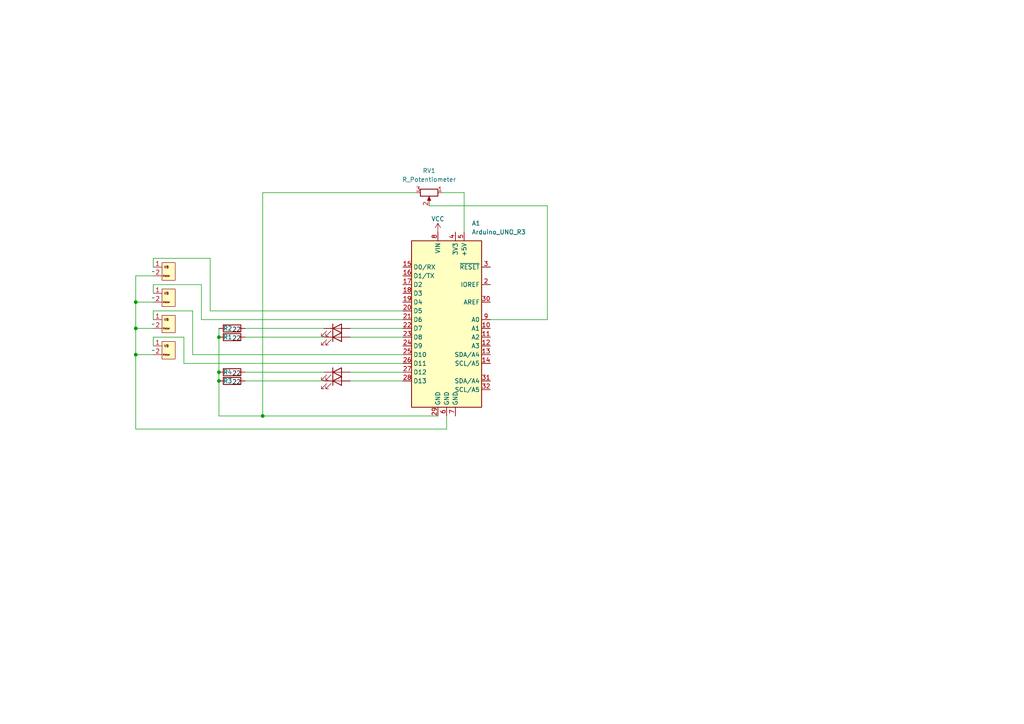
<source format=kicad_sch>
(kicad_sch (version 20230121) (generator eeschema)
  (paper "A4")
  (lib_symbols
    (symbol "Custom_Symbol_Lib:Vibration_Motor"
      (property "Reference" "U" (at 0 0 0))
      (symbol "Vibration_Motor_1_1"
        (rectangle (start 2.54 2.54) (end 6.35 -2.54) (fill (type background)))
        (text "Motor" (at 3.81 -1.27 0) (effects (font (size 0.5 0.5))))
        (text "VB" (at 3.81 1.27 0) (effects (font (size 0.7 0.7))))
        (pin power_in line (at 0 1.27 0) (length 2.54) (name "") (number "1"))
        (pin power_out line (at 0 -1.27 0) (length 2.54) (name "") (number "2"))
      )
    )
    (symbol "Device:LED" (pin_numbers hide) (pin_names (offset 1.016) hide)
      (property "Reference" "D" (at 0 2.54 0))
      (property "Value" "LED" (at 0 -2.54 0))
      (symbol "LED_0_1"
        (polyline (pts (xy -1.27 -1.27) (xy -1.27 1.27)) (stroke (width 0.254)))
        (polyline (pts (xy -1.27 0) (xy 1.27 0)))
        (polyline (pts (xy 1.27 -1.27) (xy 1.27 1.27) (xy -1.27 0) (xy 1.27 -1.27)) (stroke (width 0.254)))
        (polyline (pts (xy -3.048 -0.762) (xy -4.572 -2.286) (xy -3.81 -2.286) (xy -4.572 -2.286) (xy -4.572 -1.524)))
        (polyline (pts (xy -1.778 -0.762) (xy -3.302 -2.286) (xy -2.54 -2.286) (xy -3.302 -2.286) (xy -3.302 -1.524)))
      )
      (symbol "LED_1_1"
        (pin passive line (at -3.81 0 0) (length 2.54) (name "K") (number "1"))
        (pin passive line (at 3.81 0 180) (length 2.54) (name "A") (number "2"))
      )
    )
    (symbol "Device:R" (pin_numbers hide) (pin_names (offset 0))
      (property "Reference" "R" (at 2.032 0 90))
      (property "Value" "R" (at 0 0 90))
      (symbol "R_0_1"
        (rectangle (start -1.016 -2.54) (end 1.016 2.54) (stroke (width 0.254)))
      )
      (symbol "R_1_1"
        (pin passive line (at 0 3.81 270) (length 1.27) (name "~") (number "1"))
        (pin passive line (at 0 -3.81 90) (length 1.27) (name "~") (number "2"))
      )
    )
    (symbol "Device:R_Potentiometer" (pin_names (offset 1.016) hide)
      (property "Reference" "RV" (at -4.445 0 90))
      (property "Value" "R_Potentiometer" (at -2.54 0 90))
      (symbol "R_Potentiometer_0_1"
        (polyline (pts (xy 2.54 0) (xy 1.524 0)))
        (polyline (pts (xy 1.143 0) (xy 2.286 0.508) (xy 2.286 -0.508) (xy 1.143 0)) (fill (type outline)))
        (rectangle (start 1.016 2.54) (end -1.016 -2.54) (stroke (width 0.254)))
      )
      (symbol "R_Potentiometer_1_1"
        (pin passive line (at 0 3.81 270) (length 1.27) (name "1") (number "1"))
        (pin passive line (at 3.81 0 180) (length 1.27) (name "2") (number "2"))
        (pin passive line (at 0 -3.81 90) (length 1.27) (name "3") (number "3"))
      )
    )
    (symbol "MCU_Module:Arduino_UNO_R3"
      (property "Reference" "A" (at -10.16 23.495 0))
      (property "Value" "Arduino_UNO_R3" (at 5.08 -26.67 0))
      (symbol "Arduino_UNO_R3_0_1"
        (rectangle (start -10.16 22.86) (end 10.16 -25.4) (stroke (width 0.254)) (fill (type background)))
      )
      (symbol "Arduino_UNO_R3_1_1"
        (pin no_connect line (at -10.16 -20.32 0) (length 2.54) hide (name "NC") (number "1"))
        (pin bidirectional line (at 12.7 -2.54 180) (length 2.54) (name "A1") (number "10"))
        (pin bidirectional line (at 12.7 -5.08 180) (length 2.54) (name "A2") (number "11"))
        (pin bidirectional line (at 12.7 -7.62 180) (length 2.54) (name "A3") (number "12"))
        (pin bidirectional line (at 12.7 -10.16 180) (length 2.54) (name "SDA/A4") (number "13"))
        (pin bidirectional line (at 12.7 -12.7 180) (length 2.54) (name "SCL/A5") (number "14"))
        (pin bidirectional line (at -12.7 15.24 0) (length 2.54) (name "D0/RX") (number "15"))
        (pin bidirectional line (at -12.7 12.7 0) (length 2.54) (name "D1/TX") (number "16"))
        (pin bidirectional line (at -12.7 10.16 0) (length 2.54) (name "D2") (number "17"))
        (pin bidirectional line (at -12.7 7.62 0) (length 2.54) (name "D3") (number "18"))
        (pin bidirectional line (at -12.7 5.08 0) (length 2.54) (name "D4") (number "19"))
        (pin output line (at 12.7 10.16 180) (length 2.54) (name "IOREF") (number "2"))
        (pin bidirectional line (at -12.7 2.54 0) (length 2.54) (name "D5") (number "20"))
        (pin bidirectional line (at -12.7 0 0) (length 2.54) (name "D6") (number "21"))
        (pin bidirectional line (at -12.7 -2.54 0) (length 2.54) (name "D7") (number "22"))
        (pin bidirectional line (at -12.7 -5.08 0) (length 2.54) (name "D8") (number "23"))
        (pin bidirectional line (at -12.7 -7.62 0) (length 2.54) (name "D9") (number "24"))
        (pin bidirectional line (at -12.7 -10.16 0) (length 2.54) (name "D10") (number "25"))
        (pin bidirectional line (at -12.7 -12.7 0) (length 2.54) (name "D11") (number "26"))
        (pin bidirectional line (at -12.7 -15.24 0) (length 2.54) (name "D12") (number "27"))
        (pin bidirectional line (at -12.7 -17.78 0) (length 2.54) (name "D13") (number "28"))
        (pin power_in line (at -2.54 -27.94 90) (length 2.54) (name "GND") (number "29"))
        (pin input line (at 12.7 15.24 180) (length 2.54) (name "~{RESET}") (number "3"))
        (pin input line (at 12.7 5.08 180) (length 2.54) (name "AREF") (number "30"))
        (pin bidirectional line (at 12.7 -17.78 180) (length 2.54) (name "SDA/A4") (number "31"))
        (pin bidirectional line (at 12.7 -20.32 180) (length 2.54) (name "SCL/A5") (number "32"))
        (pin power_out line (at 2.54 25.4 270) (length 2.54) (name "3V3") (number "4"))
        (pin power_out line (at 5.08 25.4 270) (length 2.54) (name "+5V") (number "5"))
        (pin power_in line (at 0 -27.94 90) (length 2.54) (name "GND") (number "6"))
        (pin power_in line (at 2.54 -27.94 90) (length 2.54) (name "GND") (number "7"))
        (pin power_in line (at -2.54 25.4 270) (length 2.54) (name "VIN") (number "8"))
        (pin bidirectional line (at 12.7 0 180) (length 2.54) (name "A0") (number "9"))
      )
    )
    (symbol "power:VCC" (power) (pin_names (offset 0))
      (property "Value" "VCC" (at 0 3.81 0))
      (symbol "VCC_0_1"
        (polyline (pts (xy -0.762 1.27) (xy 0 2.54)))
        (polyline (pts (xy 0 0) (xy 0 2.54)))
        (polyline (pts (xy 0 2.54) (xy 0.762 1.27)))
      )
      (symbol "VCC_1_1"
        (pin power_in line (at 0 0 90) (length 0) hide (name "VCC") (number "1"))
      )
    )
  )
  (junction (at 39.37 95.25))
  (junction (at 76.2 120.65))
  (junction (at 63.5 97.79))
  (junction (at 39.37 87.63))
  (junction (at 63.5 110.49))
  (junction (at 63.5 107.95))
  (junction (at 39.37 102.87))
  (wire (pts (xy 58.42 82.55) (xy 58.42 92.71)))
  (wire (pts (xy 101.6 95.25) (xy 116.84 95.25)))
  (wire (pts (xy 63.5 97.79) (xy 63.5 107.95)))
  (wire (pts (xy 44.45 77.47) (xy 44.45 74.93)))
  (wire (pts (xy 44.45 95.25) (xy 39.37 95.25)))
  (wire (pts (xy 44.45 82.55) (xy 58.42 82.55)))
  (wire (pts (xy 76.2 120.65) (xy 76.2 55.88)))
  (wire (pts (xy 53.34 97.79) (xy 53.34 105.41)))
  (wire (pts (xy 44.45 97.79) (xy 53.34 97.79)))
  (wire (pts (xy 101.6 107.95) (xy 116.84 107.95)))
  (wire (pts (xy 63.5 120.65) (xy 76.2 120.65)))
  (wire (pts (xy 63.5 95.25) (xy 63.5 97.79)))
  (wire (pts (xy 158.75 92.71) (xy 142.24 92.71)))
  (wire (pts (xy 53.34 105.41) (xy 116.84 105.41)))
  (wire (pts (xy 71.12 95.25) (xy 93.98 95.25)))
  (wire (pts (xy 39.37 80.01) (xy 39.37 87.63)))
  (wire (pts (xy 129.54 124.46) (xy 129.54 120.65)))
  (wire (pts (xy 71.12 110.49) (xy 93.98 110.49)))
  (wire (pts (xy 63.5 110.49) (xy 63.5 120.65)))
  (wire (pts (xy 55.88 102.87) (xy 116.84 102.87)))
  (wire (pts (xy 134.62 55.88) (xy 128.27 55.88)))
  (wire (pts (xy 71.12 107.95) (xy 93.98 107.95)))
  (wire (pts (xy 44.45 100.33) (xy 44.45 97.79)))
  (wire (pts (xy 39.37 124.46) (xy 129.54 124.46)))
  (wire (pts (xy 101.6 97.79) (xy 116.84 97.79)))
  (wire (pts (xy 71.12 97.79) (xy 93.98 97.79)))
  (wire (pts (xy 55.88 90.17) (xy 55.88 102.87)))
  (wire (pts (xy 158.75 59.69) (xy 158.75 92.71)))
  (wire (pts (xy 58.42 92.71) (xy 116.84 92.71)))
  (wire (pts (xy 76.2 55.88) (xy 120.65 55.88)))
  (wire (pts (xy 127 120.65) (xy 76.2 120.65)))
  (wire (pts (xy 44.45 80.01) (xy 39.37 80.01)))
  (wire (pts (xy 124.46 59.69) (xy 158.75 59.69)))
  (wire (pts (xy 134.62 67.31) (xy 134.62 55.88)))
  (wire (pts (xy 39.37 95.25) (xy 39.37 102.87)))
  (wire (pts (xy 44.45 92.71) (xy 44.45 90.17)))
  (wire (pts (xy 63.5 107.95) (xy 63.5 110.49)))
  (wire (pts (xy 44.45 102.87) (xy 39.37 102.87)))
  (wire (pts (xy 60.96 90.17) (xy 116.84 90.17)))
  (wire (pts (xy 39.37 102.87) (xy 39.37 124.46)))
  (wire (pts (xy 44.45 87.63) (xy 39.37 87.63)))
  (wire (pts (xy 39.37 87.63) (xy 39.37 95.25)))
  (wire (pts (xy 44.45 74.93) (xy 60.96 74.93)))
  (wire (pts (xy 44.45 85.09) (xy 44.45 82.55)))
  (wire (pts (xy 60.96 74.93) (xy 60.96 90.17)))
  (wire (pts (xy 44.45 90.17) (xy 55.88 90.17)))
  (wire (pts (xy 101.6 110.49) (xy 116.84 110.49)))
  (text "22" (at 67.31 99.06 0) (effects (font (size 1.27 1.27)) (justify left bottom)))
  (text "22\n" (at 67.31 96.52 0) (effects (font (size 1.27 1.27)) (justify left bottom)))
  (text "22\n" (at 67.31 109.22 0) (effects (font (size 1.27 1.27)) (justify left bottom)))
  (text "22" (at 67.31 111.76 0) (effects (font (size 1.27 1.27)) (justify left bottom)))
  (symbol (lib_id "Custom_Symbol_Lib:Vibration_Motor") (at 44.45 93.98 0) (unit 1)
    (property "Reference" "U2" (effects hide))
    (property "Value" "~" (at 44.45 93.98 0))
  )
  (symbol (lib_id "Device:R") (at 67.31 97.79 90) (unit 1)
    (property "Reference" "R2" (at 66.04 95.25 90))
    (property "Value" "R" (effects hide))
  )
  (symbol (lib_id "Device:R_Potentiometer") (at 124.46 55.88 270) (unit 1)
    (property "Reference" "RV1" (at 124.46 49.53 90))
    (property "Value" "R_Potentiometer" (at 124.46 52.07 90))
  )
  (symbol (lib_id "Device:R") (at 67.31 95.25 90) (unit 1)
    (property "Reference" "R1" (at 66.04 97.79 90))
    (property "Value" "R" (effects hide))
  )
  (symbol (lib_id "Device:LED") (at 97.79 110.49 0) (unit 1)
    (property "Reference" "D4" (effects hide))
    (property "Value" "LED" (effects hide))
  )
  (symbol (lib_id "Device:LED") (at 97.79 107.95 0) (unit 1)
    (property "Reference" "D3" (effects hide))
    (property "Value" "LED" (effects hide))
  )
  (symbol (lib_id "Custom_Symbol_Lib:Vibration_Motor") (at 44.45 86.36 0) (unit 1)
    (property "Reference" "U3" (effects hide))
    (property "Value" "~" (at 44.45 86.36 0))
  )
  (symbol (lib_id "Device:R") (at 67.31 110.49 90) (unit 1)
    (property "Reference" "R4" (at 66.04 107.95 90))
    (property "Value" "R" (effects hide))
  )
  (symbol (lib_id "MCU_Module:Arduino_UNO_R3") (at 129.54 92.71 0) (unit 1)
    (property "Reference" "A1" (at 136.8141 64.77 0) (effects (justify left)))
    (property "Value" "Arduino_UNO_R3" (at 136.8141 67.31 0) (effects (justify left)))
    (property "Footprint" "Module:Arduino_UNO_R3" (effects hide))
    (property "Datasheet" "https://www.arduino.cc/en/Main/arduinoBoardUno" (effects hide))
  )
  (symbol (lib_id "Custom_Symbol_Lib:Vibration_Motor") (at 44.45 101.6 0) (unit 1)
    (property "Reference" "U1" (effects hide))
    (property "Value" "~" (at 44.45 101.6 0))
  )
  (symbol (lib_id "Custom_Symbol_Lib:Vibration_Motor") (at 44.45 78.74 0) (unit 1)
    (property "Reference" "U4" (effects hide))
    (property "Value" "~" (at 44.45 78.74 0))
  )
  (symbol (lib_id "Device:LED") (at 97.79 95.25 0) (unit 1)
    (property "Reference" "D1" (effects hide))
    (property "Value" "LED" (effects hide))
  )
  (symbol (lib_id "Device:LED") (at 97.79 97.79 0) (unit 1)
    (property "Reference" "D2" (effects hide))
    (property "Value" "LED" (effects hide))
  )
  (symbol (lib_id "power:VCC") (at 127 67.31 0) (unit 1)
    (property "Reference" "#PWR01" (effects hide))
    (property "Value" "VCC" (at 127 63.5 0))
  )
  (symbol (lib_id "Device:R") (at 67.31 107.95 90) (unit 1)
    (property "Reference" "R3" (at 66.04 110.49 90))
    (property "Value" "R" (effects hide))
  )
)
</source>
